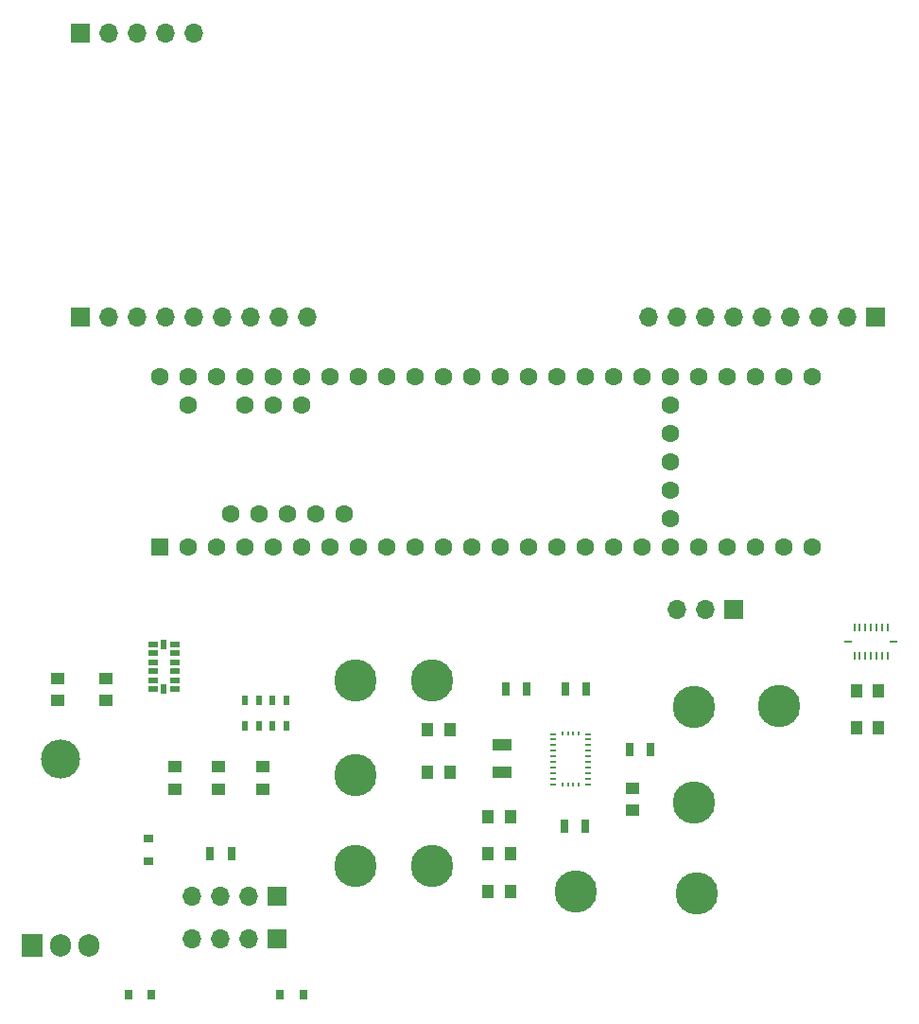
<source format=gts>
%TF.GenerationSoftware,KiCad,Pcbnew,(5.1.4)-1*%
%TF.CreationDate,2021-01-28T23:04:49+05:30*%
%TF.ProjectId,rev1,72657631-2e6b-4696-9361-645f70636258,rev?*%
%TF.SameCoordinates,Original*%
%TF.FileFunction,Soldermask,Top*%
%TF.FilePolarity,Negative*%
%FSLAX46Y46*%
G04 Gerber Fmt 4.6, Leading zero omitted, Abs format (unit mm)*
G04 Created by KiCad (PCBNEW (5.1.4)-1) date 2021-01-28 23:04:49*
%MOMM*%
%LPD*%
G04 APERTURE LIST*
%ADD10R,1.000000X1.250000*%
%ADD11R,1.250000X1.000000*%
%ADD12R,0.700000X1.300000*%
%ADD13R,0.550000X0.950000*%
%ADD14C,1.600000*%
%ADD15R,1.600000X1.600000*%
%ADD16R,1.800000X1.000000*%
%ADD17R,0.250000X0.375000*%
%ADD18R,0.475000X0.250000*%
%ADD19C,3.790000*%
%ADD20R,0.250000X0.700000*%
%ADD21R,0.700000X0.250000*%
%ADD22R,0.920000X0.610000*%
%ADD23R,0.610000X0.920000*%
%ADD24O,1.700000X1.700000*%
%ADD25R,1.700000X1.700000*%
%ADD26R,0.900000X0.800000*%
%ADD27R,0.800000X0.900000*%
%ADD28O,3.500000X3.500000*%
%ADD29R,1.905000X2.000000*%
%ADD30O,1.905000X2.000000*%
G04 APERTURE END LIST*
D10*
%TO.C,C1*%
X144859500Y-133413500D03*
X146859500Y-133413500D03*
%TD*%
%TO.C,C2*%
X146859500Y-126682500D03*
X144859500Y-126682500D03*
%TD*%
%TO.C,C3*%
X144859500Y-129984500D03*
X146859500Y-129984500D03*
%TD*%
D11*
%TO.C,C4*%
X157797500Y-124158500D03*
X157797500Y-126158500D03*
%TD*%
D10*
%TO.C,C5*%
X141398500Y-122745500D03*
X139398500Y-122745500D03*
%TD*%
%TO.C,C6*%
X139398500Y-118935500D03*
X141398500Y-118935500D03*
%TD*%
D11*
%TO.C,C7*%
X120713500Y-124253500D03*
X120713500Y-122253500D03*
%TD*%
%TO.C,C8*%
X116776500Y-122253500D03*
X116776500Y-124253500D03*
%TD*%
%TO.C,C9*%
X124650500Y-122253500D03*
X124650500Y-124253500D03*
%TD*%
D12*
%TO.C,R1*%
X159382500Y-120713500D03*
X157482500Y-120713500D03*
%TD*%
%TO.C,R2*%
X153540500Y-127571500D03*
X151640500Y-127571500D03*
%TD*%
%TO.C,R3*%
X146433500Y-115252500D03*
X148333500Y-115252500D03*
%TD*%
%TO.C,R4*%
X151767500Y-115252500D03*
X153667500Y-115252500D03*
%TD*%
D13*
%TO.C,U2*%
X123054900Y-118561900D03*
X124304900Y-118561900D03*
X125554900Y-118561900D03*
X126804900Y-118561900D03*
X126804900Y-116311900D03*
X125554900Y-116311900D03*
X124304900Y-116311900D03*
X123054900Y-116311900D03*
%TD*%
D14*
%TO.C,U3*%
X156083000Y-102616000D03*
X158623000Y-102616000D03*
X161163000Y-102616000D03*
X163703000Y-102616000D03*
X153543000Y-102616000D03*
X151003000Y-102616000D03*
X148463000Y-102616000D03*
X166243000Y-102616000D03*
X168783000Y-102616000D03*
X171323000Y-102616000D03*
X173863000Y-102616000D03*
X161163000Y-100076000D03*
X161163000Y-97536000D03*
X161163000Y-94996000D03*
X161163000Y-92456000D03*
X161163000Y-89916000D03*
X173863000Y-87376000D03*
X171323000Y-87376000D03*
X168783000Y-87376000D03*
X166243000Y-87376000D03*
X163703000Y-87376000D03*
X161163000Y-87376000D03*
X158623000Y-87376000D03*
X156083000Y-87376000D03*
X145923000Y-102616000D03*
X143383000Y-102616000D03*
X140843000Y-102616000D03*
X138303000Y-102616000D03*
X135763000Y-102616000D03*
X133223000Y-102616000D03*
X130683000Y-102616000D03*
X128143000Y-102616000D03*
X125603000Y-102616000D03*
X123063000Y-102616000D03*
X120523000Y-102616000D03*
X117983000Y-102616000D03*
D15*
X115443000Y-102616000D03*
D14*
X153543000Y-87376000D03*
X151003000Y-87376000D03*
X148463000Y-87376000D03*
X145923000Y-87376000D03*
X143383000Y-87376000D03*
X140843000Y-87376000D03*
X138303000Y-87376000D03*
X135763000Y-87376000D03*
X133223000Y-87376000D03*
X130683000Y-87376000D03*
X128143000Y-87376000D03*
X125603000Y-87376000D03*
X123063000Y-87376000D03*
X120523000Y-87376000D03*
X117983000Y-87376000D03*
X115443000Y-87376000D03*
X117983000Y-89916000D03*
X123063000Y-89916000D03*
X125603000Y-89916000D03*
X128143000Y-89916000D03*
X121793000Y-99616000D03*
X124333000Y-99616000D03*
X126873000Y-99616000D03*
X129413000Y-99616000D03*
X131953000Y-99616000D03*
%TD*%
D16*
%TO.C,Y1*%
X146113500Y-122745500D03*
X146113500Y-120245500D03*
%TD*%
D17*
%TO.C,U1*%
X151479900Y-119248400D03*
D18*
X150667400Y-119310900D03*
X150667400Y-119810900D03*
X150667400Y-120310900D03*
X150667400Y-120810900D03*
X150667400Y-121310900D03*
X150667400Y-121810900D03*
X150667400Y-122310900D03*
X150667400Y-122810900D03*
X150667400Y-123310900D03*
X150667400Y-123810900D03*
D17*
X151979900Y-119248400D03*
X152479900Y-119248400D03*
X152979900Y-119248400D03*
X151479900Y-123873400D03*
X151979900Y-123873400D03*
X152479900Y-123873400D03*
D18*
X153792400Y-119310900D03*
X153792400Y-119810900D03*
X153792400Y-120310900D03*
X153792400Y-120810900D03*
X153792400Y-121310900D03*
X153792400Y-121810900D03*
X153792400Y-122310900D03*
X153792400Y-122810900D03*
X153792400Y-123310900D03*
X153792400Y-123810900D03*
D17*
X152979900Y-123873400D03*
%TD*%
D19*
%TO.C,BOOT1*%
X152717500Y-133413500D03*
%TD*%
%TO.C,CAP1*%
X163512500Y-133540500D03*
%TD*%
%TO.C,CAP2*%
X132969000Y-122999500D03*
%TD*%
%TO.C,GND1*%
X170878500Y-116776500D03*
%TD*%
%TO.C,GND2*%
X132969000Y-131127500D03*
%TD*%
%TO.C,nReset1*%
X163258500Y-125412500D03*
%TD*%
%TO.C,OSCin1*%
X139827000Y-131127500D03*
%TD*%
%TO.C,OSCout1*%
X139827000Y-114554000D03*
%TD*%
%TO.C,VDD1*%
X163258500Y-116903500D03*
%TD*%
%TO.C,VDD2*%
X132969000Y-114554000D03*
%TD*%
D11*
%TO.C,C10*%
X106299000Y-116316000D03*
X106299000Y-114316000D03*
%TD*%
%TO.C,C11*%
X110617000Y-114316000D03*
X110617000Y-116316000D03*
%TD*%
D20*
%TO.C,U4*%
X180633500Y-112321500D03*
X180133500Y-112321500D03*
X179633500Y-112321500D03*
X179133500Y-112321500D03*
X178633500Y-112321500D03*
X178133500Y-112321500D03*
X177633500Y-112321500D03*
X180633500Y-109801500D03*
X180133500Y-109801500D03*
X179633500Y-109801500D03*
X179133500Y-109801500D03*
X178633500Y-109801500D03*
X178133500Y-109801500D03*
X177633500Y-109801500D03*
D21*
X177118500Y-111061500D03*
X181148500Y-111061500D03*
%TD*%
D22*
%TO.C,U5*%
X114814000Y-111284000D03*
X114814000Y-112084000D03*
X114814000Y-112884000D03*
X114814000Y-113684000D03*
X114814000Y-114484000D03*
X114814000Y-115284000D03*
D23*
X115824000Y-115294000D03*
D22*
X116834000Y-115284000D03*
X116834000Y-114484000D03*
X116834000Y-113684000D03*
X116834000Y-112884000D03*
X116834000Y-112084000D03*
X116834000Y-111284000D03*
D23*
X115824000Y-111274000D03*
%TD*%
D24*
%TO.C,J2*%
X118491000Y-82042000D03*
X115951000Y-82042000D03*
X113411000Y-82042000D03*
X110871000Y-82042000D03*
D25*
X108331000Y-82042000D03*
D24*
X121031000Y-82042000D03*
X123571000Y-82042000D03*
X126111000Y-82042000D03*
X128651000Y-82042000D03*
D25*
X108331000Y-56642000D03*
D24*
X110871000Y-56642000D03*
X113411000Y-56642000D03*
X115951000Y-56642000D03*
X118491000Y-56642000D03*
%TD*%
%TO.C,J1*%
X159258000Y-82042000D03*
X161798000Y-82042000D03*
X164338000Y-82042000D03*
X166878000Y-82042000D03*
X169418000Y-82042000D03*
X171958000Y-82042000D03*
X174498000Y-82042000D03*
X177038000Y-82042000D03*
D25*
X179578000Y-82042000D03*
%TD*%
D26*
%TO.C,D1*%
X114427000Y-128617000D03*
X114427000Y-130717000D03*
%TD*%
D25*
%TO.C,J3*%
X166878000Y-108204000D03*
D24*
X164338000Y-108204000D03*
X161798000Y-108204000D03*
%TD*%
D25*
%TO.C,BMS_CONN1*%
X125984000Y-137668000D03*
D24*
X123444000Y-137668000D03*
X120904000Y-137668000D03*
X118364000Y-137668000D03*
%TD*%
D27*
%TO.C,D2*%
X128304000Y-142621000D03*
X126204000Y-142621000D03*
%TD*%
%TO.C,D3*%
X112615000Y-142621000D03*
X114715000Y-142621000D03*
%TD*%
D28*
%TO.C,Q1*%
X106588002Y-121566001D03*
D29*
X104048002Y-138226001D03*
D30*
X106588002Y-138226001D03*
X109128002Y-138226001D03*
%TD*%
D12*
%TO.C,R5*%
X119954000Y-130048000D03*
X121854000Y-130048000D03*
%TD*%
D25*
%TO.C,BMS_CONN2*%
X125984000Y-133858000D03*
D24*
X123444000Y-133858000D03*
X120904000Y-133858000D03*
X118364000Y-133858000D03*
%TD*%
D10*
%TO.C,C12*%
X179816000Y-115443000D03*
X177816000Y-115443000D03*
%TD*%
%TO.C,C13*%
X177816000Y-118745000D03*
X179816000Y-118745000D03*
%TD*%
M02*

</source>
